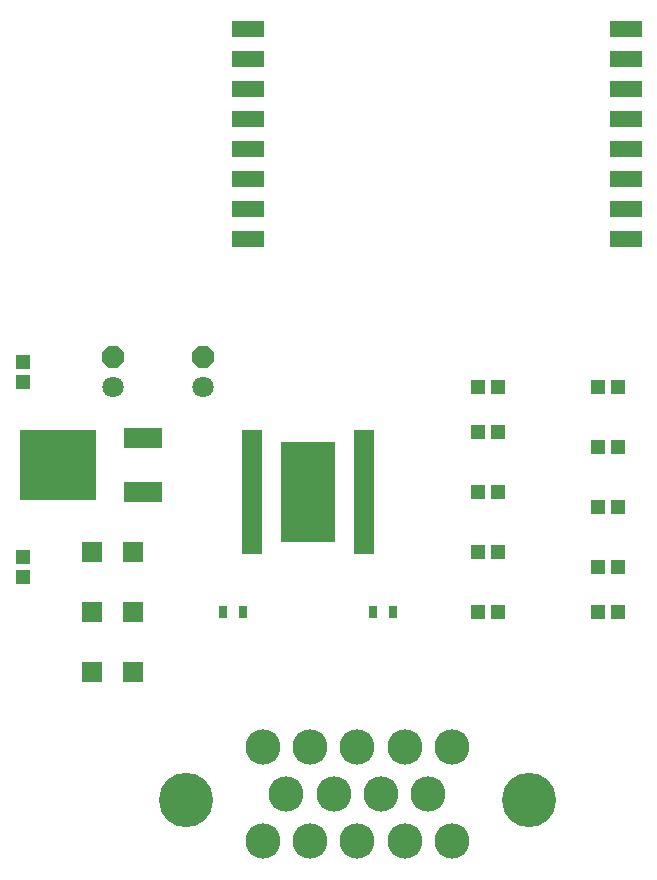
<source format=gbr>
G04 EAGLE Gerber RS-274X export*
G75*
%MOMM*%
%FSLAX34Y34*%
%LPD*%
%INSoldermask Top*%
%IPPOS*%
%AMOC8*
5,1,8,0,0,1.08239X$1,22.5*%
G01*
%ADD10R,1.303200X1.203200*%
%ADD11R,1.203200X1.303200*%
%ADD12C,1.803400*%
%ADD13P,1.951982X8X112.500000*%
%ADD14R,0.803200X1.003200*%
%ADD15R,3.203200X1.803200*%
%ADD16R,6.403200X6.003200*%
%ADD17C,2.978200*%
%ADD18C,4.598200*%
%ADD19R,1.703200X1.703200*%
%ADD20R,1.806000X0.678400*%
%ADD21R,4.648200X8.585200*%
%ADD22R,2.743200X1.473200*%


D10*
X1147200Y520700D03*
X1164200Y520700D03*
X1147200Y469900D03*
X1164200Y469900D03*
X1147200Y419100D03*
X1164200Y419100D03*
D11*
X660400Y575700D03*
X660400Y592700D03*
X660400Y410600D03*
X660400Y427600D03*
D10*
X1147200Y381000D03*
X1164200Y381000D03*
D12*
X736600Y571500D03*
D13*
X736600Y596900D03*
D12*
X812800Y571500D03*
D13*
X812800Y596900D03*
D14*
X829700Y381000D03*
X846700Y381000D03*
X956700Y381000D03*
X973700Y381000D03*
D15*
X762000Y482600D03*
X762000Y528300D03*
D16*
X690200Y505450D03*
D17*
X863600Y266700D03*
X903600Y266700D03*
X943600Y266700D03*
X983600Y266700D03*
X1023600Y266700D03*
X883600Y226700D03*
X923600Y226700D03*
X963600Y226700D03*
X1003600Y226700D03*
X863600Y186700D03*
X903600Y186700D03*
X943600Y186700D03*
X983600Y186700D03*
X1023600Y186700D03*
D18*
X798600Y221700D03*
X1088600Y221700D03*
D19*
X719100Y381000D03*
X754100Y381000D03*
X719100Y330200D03*
X754100Y330200D03*
X719100Y431800D03*
X754100Y431800D03*
D20*
X949245Y433850D03*
X949245Y440350D03*
X949245Y446850D03*
X949245Y453350D03*
X949245Y459850D03*
X949245Y466350D03*
X949245Y472850D03*
X949245Y479350D03*
X949245Y485850D03*
X949245Y492350D03*
X949245Y498850D03*
X949245Y505350D03*
X949245Y511850D03*
X949245Y518350D03*
X949245Y524850D03*
X949245Y531350D03*
X854155Y531350D03*
X854155Y524850D03*
X854155Y518350D03*
X854155Y511850D03*
X854155Y505350D03*
X854155Y498850D03*
X854155Y492350D03*
X854155Y485850D03*
X854155Y479350D03*
X854155Y472850D03*
X854155Y466350D03*
X854155Y459850D03*
X854155Y453350D03*
X854155Y446850D03*
X854155Y440350D03*
X854155Y433850D03*
D21*
X901700Y482600D03*
D11*
X1045600Y571500D03*
X1062600Y571500D03*
X1045600Y533400D03*
X1062600Y533400D03*
X1045600Y482600D03*
X1062600Y482600D03*
X1045600Y431800D03*
X1062600Y431800D03*
X1045600Y381000D03*
X1062600Y381000D03*
X1147200Y571500D03*
X1164200Y571500D03*
D22*
X850900Y696500D03*
X850900Y772700D03*
X850900Y798100D03*
X850900Y721900D03*
X850900Y747300D03*
X850900Y823500D03*
X850900Y848900D03*
X850900Y874300D03*
X1170900Y696500D03*
X1170900Y721900D03*
X1170900Y747300D03*
X1170900Y772700D03*
X1170900Y798100D03*
X1170900Y823500D03*
X1170900Y848900D03*
X1170900Y874300D03*
M02*

</source>
